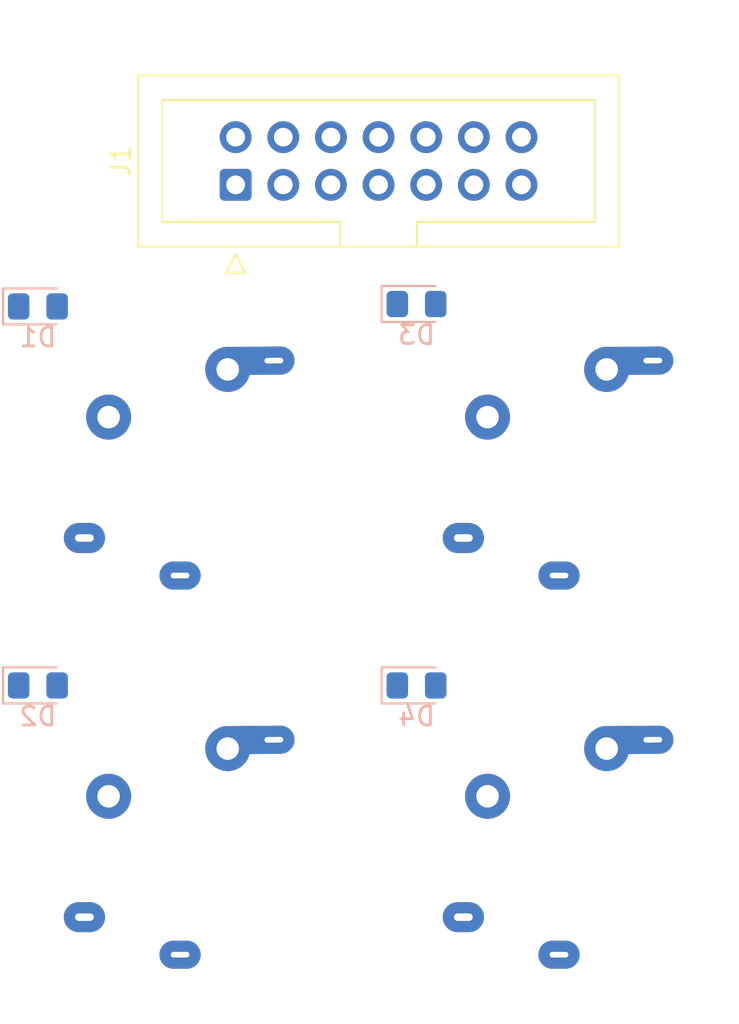
<source format=kicad_pcb>
(kicad_pcb (version 20171130) (host pcbnew "(5.1.10-1-10_14)")

  (general
    (thickness 1.6)
    (drawings 0)
    (tracks 0)
    (zones 0)
    (modules 9)
    (nets 19)
  )

  (page A4)
  (layers
    (0 F.Cu signal)
    (31 B.Cu signal)
    (32 B.Adhes user)
    (33 F.Adhes user)
    (34 B.Paste user)
    (35 F.Paste user)
    (36 B.SilkS user)
    (37 F.SilkS user)
    (38 B.Mask user)
    (39 F.Mask user)
    (40 Dwgs.User user)
    (41 Cmts.User user)
    (42 Eco1.User user)
    (43 Eco2.User user)
    (44 Edge.Cuts user)
    (45 Margin user)
    (46 B.CrtYd user)
    (47 F.CrtYd user)
    (48 B.Fab user)
    (49 F.Fab user)
  )

  (setup
    (last_trace_width 0.25)
    (trace_clearance 0.2)
    (zone_clearance 0.508)
    (zone_45_only no)
    (trace_min 0.2)
    (via_size 0.8)
    (via_drill 0.4)
    (via_min_size 0.4)
    (via_min_drill 0.3)
    (uvia_size 0.3)
    (uvia_drill 0.1)
    (uvias_allowed no)
    (uvia_min_size 0.2)
    (uvia_min_drill 0.1)
    (edge_width 0.05)
    (segment_width 0.2)
    (pcb_text_width 0.3)
    (pcb_text_size 1.5 1.5)
    (mod_edge_width 0.12)
    (mod_text_size 1 1)
    (mod_text_width 0.15)
    (pad_size 1.524 1.524)
    (pad_drill 0.762)
    (pad_to_mask_clearance 0)
    (aux_axis_origin 0 0)
    (visible_elements FFFFFF7F)
    (pcbplotparams
      (layerselection 0x010fc_ffffffff)
      (usegerberextensions false)
      (usegerberattributes true)
      (usegerberadvancedattributes true)
      (creategerberjobfile true)
      (excludeedgelayer true)
      (linewidth 0.100000)
      (plotframeref false)
      (viasonmask false)
      (mode 1)
      (useauxorigin false)
      (hpglpennumber 1)
      (hpglpenspeed 20)
      (hpglpendiameter 15.000000)
      (psnegative false)
      (psa4output false)
      (plotreference true)
      (plotvalue true)
      (plotinvisibletext false)
      (padsonsilk false)
      (subtractmaskfromsilk false)
      (outputformat 1)
      (mirror false)
      (drillshape 1)
      (scaleselection 1)
      (outputdirectory ""))
  )

  (net 0 "")
  (net 1 "Net-(D1-Pad2)")
  (net 2 Row1)
  (net 3 "Net-(D2-Pad2)")
  (net 4 "Net-(D3-Pad2)")
  (net 5 Row2)
  (net 6 "Net-(D4-Pad2)")
  (net 7 Col1)
  (net 8 Col2)
  (net 9 Row3)
  (net 10 Ground)
  (net 11 VCC)
  (net 12 "Net-(J1-Pad14)")
  (net 13 "Net-(J1-Pad12)")
  (net 14 "Net-(J1-Pad10)")
  (net 15 "Net-(J1-Pad8)")
  (net 16 "Net-(J1-Pad13)")
  (net 17 "Net-(J1-Pad11)")
  (net 18 "Net-(J1-Pad9)")

  (net_class Default "This is the default net class."
    (clearance 0.2)
    (trace_width 0.25)
    (via_dia 0.8)
    (via_drill 0.4)
    (uvia_dia 0.3)
    (uvia_drill 0.1)
    (add_net Col1)
    (add_net Col2)
    (add_net Ground)
    (add_net "Net-(D1-Pad2)")
    (add_net "Net-(D2-Pad2)")
    (add_net "Net-(D3-Pad2)")
    (add_net "Net-(D4-Pad2)")
    (add_net "Net-(J1-Pad10)")
    (add_net "Net-(J1-Pad11)")
    (add_net "Net-(J1-Pad12)")
    (add_net "Net-(J1-Pad13)")
    (add_net "Net-(J1-Pad14)")
    (add_net "Net-(J1-Pad8)")
    (add_net "Net-(J1-Pad9)")
    (add_net Row1)
    (add_net Row2)
    (add_net Row3)
    (add_net VCC)
  )

  (module Connector_IDC:IDC-Header_2x07_P2.54mm_Vertical (layer F.Cu) (tedit 5EAC9A07) (tstamp 618621B4)
    (at 232.791 77.47 90)
    (descr "Through hole IDC box header, 2x07, 2.54mm pitch, DIN 41651 / IEC 60603-13, double rows, https://docs.google.com/spreadsheets/d/16SsEcesNF15N3Lb4niX7dcUr-NY5_MFPQhobNuNppn4/edit#gid=0")
    (tags "Through hole vertical IDC box header THT 2x07 2.54mm double row")
    (path /61867C1C)
    (fp_text reference J1 (at 1.27 -6.1 90) (layer F.SilkS)
      (effects (font (size 1 1) (thickness 0.15)))
    )
    (fp_text value Conn_02x07_Odd_Even (at 1.27 21.34 90) (layer F.Fab)
      (effects (font (size 1 1) (thickness 0.15)))
    )
    (fp_text user %R (at 1.27 7.62) (layer F.Fab)
      (effects (font (size 1 1) (thickness 0.15)))
    )
    (fp_line (start -3.18 -4.1) (end -2.18 -5.1) (layer F.Fab) (width 0.1))
    (fp_line (start -2.18 -5.1) (end 5.72 -5.1) (layer F.Fab) (width 0.1))
    (fp_line (start 5.72 -5.1) (end 5.72 20.34) (layer F.Fab) (width 0.1))
    (fp_line (start 5.72 20.34) (end -3.18 20.34) (layer F.Fab) (width 0.1))
    (fp_line (start -3.18 20.34) (end -3.18 -4.1) (layer F.Fab) (width 0.1))
    (fp_line (start -3.18 5.57) (end -1.98 5.57) (layer F.Fab) (width 0.1))
    (fp_line (start -1.98 5.57) (end -1.98 -3.91) (layer F.Fab) (width 0.1))
    (fp_line (start -1.98 -3.91) (end 4.52 -3.91) (layer F.Fab) (width 0.1))
    (fp_line (start 4.52 -3.91) (end 4.52 19.15) (layer F.Fab) (width 0.1))
    (fp_line (start 4.52 19.15) (end -1.98 19.15) (layer F.Fab) (width 0.1))
    (fp_line (start -1.98 19.15) (end -1.98 9.67) (layer F.Fab) (width 0.1))
    (fp_line (start -1.98 9.67) (end -1.98 9.67) (layer F.Fab) (width 0.1))
    (fp_line (start -1.98 9.67) (end -3.18 9.67) (layer F.Fab) (width 0.1))
    (fp_line (start -3.29 -5.21) (end 5.83 -5.21) (layer F.SilkS) (width 0.12))
    (fp_line (start 5.83 -5.21) (end 5.83 20.45) (layer F.SilkS) (width 0.12))
    (fp_line (start 5.83 20.45) (end -3.29 20.45) (layer F.SilkS) (width 0.12))
    (fp_line (start -3.29 20.45) (end -3.29 -5.21) (layer F.SilkS) (width 0.12))
    (fp_line (start -3.29 5.57) (end -1.98 5.57) (layer F.SilkS) (width 0.12))
    (fp_line (start -1.98 5.57) (end -1.98 -3.91) (layer F.SilkS) (width 0.12))
    (fp_line (start -1.98 -3.91) (end 4.52 -3.91) (layer F.SilkS) (width 0.12))
    (fp_line (start 4.52 -3.91) (end 4.52 19.15) (layer F.SilkS) (width 0.12))
    (fp_line (start 4.52 19.15) (end -1.98 19.15) (layer F.SilkS) (width 0.12))
    (fp_line (start -1.98 19.15) (end -1.98 9.67) (layer F.SilkS) (width 0.12))
    (fp_line (start -1.98 9.67) (end -1.98 9.67) (layer F.SilkS) (width 0.12))
    (fp_line (start -1.98 9.67) (end -3.29 9.67) (layer F.SilkS) (width 0.12))
    (fp_line (start -3.68 0) (end -4.68 -0.5) (layer F.SilkS) (width 0.12))
    (fp_line (start -4.68 -0.5) (end -4.68 0.5) (layer F.SilkS) (width 0.12))
    (fp_line (start -4.68 0.5) (end -3.68 0) (layer F.SilkS) (width 0.12))
    (fp_line (start -3.68 -5.6) (end -3.68 20.84) (layer F.CrtYd) (width 0.05))
    (fp_line (start -3.68 20.84) (end 6.22 20.84) (layer F.CrtYd) (width 0.05))
    (fp_line (start 6.22 20.84) (end 6.22 -5.6) (layer F.CrtYd) (width 0.05))
    (fp_line (start 6.22 -5.6) (end -3.68 -5.6) (layer F.CrtYd) (width 0.05))
    (pad 14 thru_hole circle (at 2.54 15.24 90) (size 1.7 1.7) (drill 1) (layers *.Cu *.Mask)
      (net 12 "Net-(J1-Pad14)"))
    (pad 12 thru_hole circle (at 2.54 12.7 90) (size 1.7 1.7) (drill 1) (layers *.Cu *.Mask)
      (net 13 "Net-(J1-Pad12)"))
    (pad 10 thru_hole circle (at 2.54 10.16 90) (size 1.7 1.7) (drill 1) (layers *.Cu *.Mask)
      (net 14 "Net-(J1-Pad10)"))
    (pad 8 thru_hole circle (at 2.54 7.62 90) (size 1.7 1.7) (drill 1) (layers *.Cu *.Mask)
      (net 15 "Net-(J1-Pad8)"))
    (pad 6 thru_hole circle (at 2.54 5.08 90) (size 1.7 1.7) (drill 1) (layers *.Cu *.Mask)
      (net 8 Col2))
    (pad 4 thru_hole circle (at 2.54 2.54 90) (size 1.7 1.7) (drill 1) (layers *.Cu *.Mask)
      (net 7 Col1))
    (pad 2 thru_hole circle (at 2.54 0 90) (size 1.7 1.7) (drill 1) (layers *.Cu *.Mask)
      (net 10 Ground))
    (pad 13 thru_hole circle (at 0 15.24 90) (size 1.7 1.7) (drill 1) (layers *.Cu *.Mask)
      (net 16 "Net-(J1-Pad13)"))
    (pad 11 thru_hole circle (at 0 12.7 90) (size 1.7 1.7) (drill 1) (layers *.Cu *.Mask)
      (net 17 "Net-(J1-Pad11)"))
    (pad 9 thru_hole circle (at 0 10.16 90) (size 1.7 1.7) (drill 1) (layers *.Cu *.Mask)
      (net 18 "Net-(J1-Pad9)"))
    (pad 7 thru_hole circle (at 0 7.62 90) (size 1.7 1.7) (drill 1) (layers *.Cu *.Mask)
      (net 9 Row3))
    (pad 5 thru_hole circle (at 0 5.08 90) (size 1.7 1.7) (drill 1) (layers *.Cu *.Mask)
      (net 5 Row2))
    (pad 3 thru_hole circle (at 0 2.54 90) (size 1.7 1.7) (drill 1) (layers *.Cu *.Mask)
      (net 2 Row1))
    (pad 1 thru_hole roundrect (at 0 0 90) (size 1.7 1.7) (drill 1) (layers *.Cu *.Mask) (roundrect_rratio 0.147059)
      (net 11 VCC))
    (model ${KISYS3DMOD}/Connector_IDC.3dshapes/IDC-Header_2x07_P2.54mm_Vertical.wrl
      (at (xyz 0 0 0))
      (scale (xyz 1 1 1))
      (rotate (xyz 0 0 0))
    )
  )

  (module Foostan:CherryMX_ChocV2_1u (layer F.Cu) (tedit 5F85C937) (tstamp 61860B9C)
    (at 250.03 112.584)
    (path /6188DF8A)
    (fp_text reference SW4 (at 5.1 7.95 180) (layer Dwgs.User) hide
      (effects (font (size 1 1) (thickness 0.15)))
    )
    (fp_text value SW_Push (at 0 7.9 180) (layer Dwgs.User) hide
      (effects (font (size 1 1) (thickness 0.15)))
    )
    (fp_line (start 7 7) (end 7 6) (layer Dwgs.User) (width 0.15))
    (fp_line (start 6 7) (end 7 7) (layer Dwgs.User) (width 0.15))
    (fp_line (start -7 -7) (end -6 -7) (layer Dwgs.User) (width 0.15))
    (fp_line (start -7 -6) (end -7 -7) (layer Dwgs.User) (width 0.15))
    (fp_line (start -9.525 9.525) (end -9.525 -9.525) (layer Dwgs.User) (width 0.15))
    (fp_line (start 9.525 9.525) (end -9.525 9.525) (layer Dwgs.User) (width 0.15))
    (fp_line (start 9.525 -9.525) (end 9.525 9.525) (layer Dwgs.User) (width 0.15))
    (fp_line (start -9.525 -9.525) (end 9.525 -9.525) (layer Dwgs.User) (width 0.15))
    (pad 2 thru_hole circle (at 2.54 -5.08) (size 2.4 2.4) (drill 1.2) (layers *.Cu B.Mask)
      (net 8 Col2))
    (pad 2 thru_hole oval (at 5 -5.55 0.5) (size 4.4 1.5) (drill oval 1 0.3 (offset -1.1 0)) (layers *.Cu B.Mask)
      (net 8 Col2))
    (pad 1 thru_hole oval (at -5.1 3.9) (size 2.2 1.6) (drill oval 1 0.4) (layers *.Cu B.Mask)
      (net 6 "Net-(D4-Pad2)"))
    (pad "" np_thru_hole circle (at 0 0 90) (size 4.9 4.9) (drill 4.9) (layers *.Cu *.Mask))
    (pad "" np_thru_hole circle (at -5.5 0 90) (size 1.8 1.8) (drill 1.8) (layers *.Cu *.Mask))
    (pad "" np_thru_hole circle (at 5.5 0 90) (size 1.8 1.8) (drill 1.8) (layers *.Cu *.Mask))
    (pad 2 thru_hole oval (at 0 5.9) (size 2.2 1.5) (drill oval 1 0.3) (layers *.Cu B.Mask)
      (net 8 Col2))
    (pad 1 thru_hole circle (at -3.81 -2.54) (size 2.4 2.4) (drill 1.2) (layers *.Cu B.Mask)
      (net 6 "Net-(D4-Pad2)"))
    (pad "" np_thru_hole circle (at 5.08 0) (size 1.7 1.7) (drill 1.7) (layers *.Cu *.Mask))
    (pad "" np_thru_hole circle (at -5.08 0) (size 1.7 1.7) (drill 1.7) (layers *.Cu *.Mask))
    (model /Users/foostan/src/github.com/foostan/kbd/kicad-packages3D/kbd.3dshapes/kailh_choc.step
      (at (xyz 0 0 0))
      (scale (xyz 1 1 1))
      (rotate (xyz 0 0 180))
    )
  )

  (module Foostan:CherryMX_ChocV2_1u (layer F.Cu) (tedit 5F85C937) (tstamp 61860B86)
    (at 250.03 92.384)
    (path /618803DA)
    (fp_text reference SW3 (at 5.1 7.95 180) (layer Dwgs.User) hide
      (effects (font (size 1 1) (thickness 0.15)))
    )
    (fp_text value SW_Push (at 0 7.9 180) (layer Dwgs.User) hide
      (effects (font (size 1 1) (thickness 0.15)))
    )
    (fp_line (start 7 7) (end 7 6) (layer Dwgs.User) (width 0.15))
    (fp_line (start 6 7) (end 7 7) (layer Dwgs.User) (width 0.15))
    (fp_line (start -7 -7) (end -6 -7) (layer Dwgs.User) (width 0.15))
    (fp_line (start -7 -6) (end -7 -7) (layer Dwgs.User) (width 0.15))
    (fp_line (start -9.525 9.525) (end -9.525 -9.525) (layer Dwgs.User) (width 0.15))
    (fp_line (start 9.525 9.525) (end -9.525 9.525) (layer Dwgs.User) (width 0.15))
    (fp_line (start 9.525 -9.525) (end 9.525 9.525) (layer Dwgs.User) (width 0.15))
    (fp_line (start -9.525 -9.525) (end 9.525 -9.525) (layer Dwgs.User) (width 0.15))
    (pad 2 thru_hole circle (at 2.54 -5.08) (size 2.4 2.4) (drill 1.2) (layers *.Cu B.Mask)
      (net 7 Col1))
    (pad 2 thru_hole oval (at 5 -5.55 0.5) (size 4.4 1.5) (drill oval 1 0.3 (offset -1.1 0)) (layers *.Cu B.Mask)
      (net 7 Col1))
    (pad 1 thru_hole oval (at -5.1 3.9) (size 2.2 1.6) (drill oval 1 0.4) (layers *.Cu B.Mask)
      (net 4 "Net-(D3-Pad2)"))
    (pad "" np_thru_hole circle (at 0 0 90) (size 4.9 4.9) (drill 4.9) (layers *.Cu *.Mask))
    (pad "" np_thru_hole circle (at -5.5 0 90) (size 1.8 1.8) (drill 1.8) (layers *.Cu *.Mask))
    (pad "" np_thru_hole circle (at 5.5 0 90) (size 1.8 1.8) (drill 1.8) (layers *.Cu *.Mask))
    (pad 2 thru_hole oval (at 0 5.9) (size 2.2 1.5) (drill oval 1 0.3) (layers *.Cu B.Mask)
      (net 7 Col1))
    (pad 1 thru_hole circle (at -3.81 -2.54) (size 2.4 2.4) (drill 1.2) (layers *.Cu B.Mask)
      (net 4 "Net-(D3-Pad2)"))
    (pad "" np_thru_hole circle (at 5.08 0) (size 1.7 1.7) (drill 1.7) (layers *.Cu *.Mask))
    (pad "" np_thru_hole circle (at -5.08 0) (size 1.7 1.7) (drill 1.7) (layers *.Cu *.Mask))
    (model /Users/foostan/src/github.com/foostan/kbd/kicad-packages3D/kbd.3dshapes/kailh_choc.step
      (at (xyz 0 0 0))
      (scale (xyz 1 1 1))
      (rotate (xyz 0 0 180))
    )
  )

  (module Foostan:CherryMX_ChocV2_1u (layer F.Cu) (tedit 5F85C937) (tstamp 61860B70)
    (at 229.83 112.584)
    (path /6188DF7C)
    (fp_text reference SW2 (at 5.1 7.95 180) (layer Dwgs.User) hide
      (effects (font (size 1 1) (thickness 0.15)))
    )
    (fp_text value SW_Push (at 0 7.9 180) (layer Dwgs.User) hide
      (effects (font (size 1 1) (thickness 0.15)))
    )
    (fp_line (start 7 7) (end 7 6) (layer Dwgs.User) (width 0.15))
    (fp_line (start 6 7) (end 7 7) (layer Dwgs.User) (width 0.15))
    (fp_line (start -7 -7) (end -6 -7) (layer Dwgs.User) (width 0.15))
    (fp_line (start -7 -6) (end -7 -7) (layer Dwgs.User) (width 0.15))
    (fp_line (start -9.525 9.525) (end -9.525 -9.525) (layer Dwgs.User) (width 0.15))
    (fp_line (start 9.525 9.525) (end -9.525 9.525) (layer Dwgs.User) (width 0.15))
    (fp_line (start 9.525 -9.525) (end 9.525 9.525) (layer Dwgs.User) (width 0.15))
    (fp_line (start -9.525 -9.525) (end 9.525 -9.525) (layer Dwgs.User) (width 0.15))
    (pad 2 thru_hole circle (at 2.54 -5.08) (size 2.4 2.4) (drill 1.2) (layers *.Cu B.Mask)
      (net 8 Col2))
    (pad 2 thru_hole oval (at 5 -5.55 0.5) (size 4.4 1.5) (drill oval 1 0.3 (offset -1.1 0)) (layers *.Cu B.Mask)
      (net 8 Col2))
    (pad 1 thru_hole oval (at -5.1 3.9) (size 2.2 1.6) (drill oval 1 0.4) (layers *.Cu B.Mask)
      (net 3 "Net-(D2-Pad2)"))
    (pad "" np_thru_hole circle (at 0 0 90) (size 4.9 4.9) (drill 4.9) (layers *.Cu *.Mask))
    (pad "" np_thru_hole circle (at -5.5 0 90) (size 1.8 1.8) (drill 1.8) (layers *.Cu *.Mask))
    (pad "" np_thru_hole circle (at 5.5 0 90) (size 1.8 1.8) (drill 1.8) (layers *.Cu *.Mask))
    (pad 2 thru_hole oval (at 0 5.9) (size 2.2 1.5) (drill oval 1 0.3) (layers *.Cu B.Mask)
      (net 8 Col2))
    (pad 1 thru_hole circle (at -3.81 -2.54) (size 2.4 2.4) (drill 1.2) (layers *.Cu B.Mask)
      (net 3 "Net-(D2-Pad2)"))
    (pad "" np_thru_hole circle (at 5.08 0) (size 1.7 1.7) (drill 1.7) (layers *.Cu *.Mask))
    (pad "" np_thru_hole circle (at -5.08 0) (size 1.7 1.7) (drill 1.7) (layers *.Cu *.Mask))
    (model /Users/foostan/src/github.com/foostan/kbd/kicad-packages3D/kbd.3dshapes/kailh_choc.step
      (at (xyz 0 0 0))
      (scale (xyz 1 1 1))
      (rotate (xyz 0 0 180))
    )
  )

  (module Foostan:CherryMX_ChocV2_1u (layer F.Cu) (tedit 5F85C937) (tstamp 61860B5A)
    (at 229.83 92.384)
    (path /6187A774)
    (fp_text reference SW1 (at 5.1 7.95 180) (layer Dwgs.User) hide
      (effects (font (size 1 1) (thickness 0.15)))
    )
    (fp_text value SW_Push (at 0 7.9 180) (layer Dwgs.User) hide
      (effects (font (size 1 1) (thickness 0.15)))
    )
    (fp_line (start 7 7) (end 7 6) (layer Dwgs.User) (width 0.15))
    (fp_line (start 6 7) (end 7 7) (layer Dwgs.User) (width 0.15))
    (fp_line (start -7 -7) (end -6 -7) (layer Dwgs.User) (width 0.15))
    (fp_line (start -7 -6) (end -7 -7) (layer Dwgs.User) (width 0.15))
    (fp_line (start -9.525 9.525) (end -9.525 -9.525) (layer Dwgs.User) (width 0.15))
    (fp_line (start 9.525 9.525) (end -9.525 9.525) (layer Dwgs.User) (width 0.15))
    (fp_line (start 9.525 -9.525) (end 9.525 9.525) (layer Dwgs.User) (width 0.15))
    (fp_line (start -9.525 -9.525) (end 9.525 -9.525) (layer Dwgs.User) (width 0.15))
    (pad 2 thru_hole circle (at 2.54 -5.08) (size 2.4 2.4) (drill 1.2) (layers *.Cu B.Mask)
      (net 7 Col1))
    (pad 2 thru_hole oval (at 5 -5.55 0.5) (size 4.4 1.5) (drill oval 1 0.3 (offset -1.1 0)) (layers *.Cu B.Mask)
      (net 7 Col1))
    (pad 1 thru_hole oval (at -5.1 3.9) (size 2.2 1.6) (drill oval 1 0.4) (layers *.Cu B.Mask)
      (net 1 "Net-(D1-Pad2)"))
    (pad "" np_thru_hole circle (at 0 0 90) (size 4.9 4.9) (drill 4.9) (layers *.Cu *.Mask))
    (pad "" np_thru_hole circle (at -5.5 0 90) (size 1.8 1.8) (drill 1.8) (layers *.Cu *.Mask))
    (pad "" np_thru_hole circle (at 5.5 0 90) (size 1.8 1.8) (drill 1.8) (layers *.Cu *.Mask))
    (pad 2 thru_hole oval (at 0 5.9) (size 2.2 1.5) (drill oval 1 0.3) (layers *.Cu B.Mask)
      (net 7 Col1))
    (pad 1 thru_hole circle (at -3.81 -2.54) (size 2.4 2.4) (drill 1.2) (layers *.Cu B.Mask)
      (net 1 "Net-(D1-Pad2)"))
    (pad "" np_thru_hole circle (at 5.08 0) (size 1.7 1.7) (drill 1.7) (layers *.Cu *.Mask))
    (pad "" np_thru_hole circle (at -5.08 0) (size 1.7 1.7) (drill 1.7) (layers *.Cu *.Mask))
    (model /Users/foostan/src/github.com/foostan/kbd/kicad-packages3D/kbd.3dshapes/kailh_choc.step
      (at (xyz 0 0 0))
      (scale (xyz 1 1 1))
      (rotate (xyz 0 0 180))
    )
  )

  (module Diode_SMD:D_0805_2012Metric_Pad1.15x1.40mm_HandSolder (layer B.Cu) (tedit 5F68FEF0) (tstamp 61860B44)
    (at 242.434 104.14)
    (descr "Diode SMD 0805 (2012 Metric), square (rectangular) end terminal, IPC_7351 nominal, (Body size source: https://docs.google.com/spreadsheets/d/1BsfQQcO9C6DZCsRaXUlFlo91Tg2WpOkGARC1WS5S8t0/edit?usp=sharing), generated with kicad-footprint-generator")
    (tags "diode handsolder")
    (path /6188DF84)
    (attr smd)
    (fp_text reference D4 (at 0 1.65) (layer B.SilkS)
      (effects (font (size 1 1) (thickness 0.15)) (justify mirror))
    )
    (fp_text value D (at 0 -1.65) (layer B.Fab)
      (effects (font (size 1 1) (thickness 0.15)) (justify mirror))
    )
    (fp_text user %R (at 0 0) (layer B.Fab)
      (effects (font (size 0.5 0.5) (thickness 0.08)) (justify mirror))
    )
    (fp_line (start 1 0.6) (end -0.7 0.6) (layer B.Fab) (width 0.1))
    (fp_line (start -0.7 0.6) (end -1 0.3) (layer B.Fab) (width 0.1))
    (fp_line (start -1 0.3) (end -1 -0.6) (layer B.Fab) (width 0.1))
    (fp_line (start -1 -0.6) (end 1 -0.6) (layer B.Fab) (width 0.1))
    (fp_line (start 1 -0.6) (end 1 0.6) (layer B.Fab) (width 0.1))
    (fp_line (start 1 0.96) (end -1.86 0.96) (layer B.SilkS) (width 0.12))
    (fp_line (start -1.86 0.96) (end -1.86 -0.96) (layer B.SilkS) (width 0.12))
    (fp_line (start -1.86 -0.96) (end 1 -0.96) (layer B.SilkS) (width 0.12))
    (fp_line (start -1.85 -0.95) (end -1.85 0.95) (layer B.CrtYd) (width 0.05))
    (fp_line (start -1.85 0.95) (end 1.85 0.95) (layer B.CrtYd) (width 0.05))
    (fp_line (start 1.85 0.95) (end 1.85 -0.95) (layer B.CrtYd) (width 0.05))
    (fp_line (start 1.85 -0.95) (end -1.85 -0.95) (layer B.CrtYd) (width 0.05))
    (pad 2 smd roundrect (at 1.025 0) (size 1.15 1.4) (layers B.Cu B.Paste B.Mask) (roundrect_rratio 0.217391)
      (net 6 "Net-(D4-Pad2)"))
    (pad 1 smd roundrect (at -1.025 0) (size 1.15 1.4) (layers B.Cu B.Paste B.Mask) (roundrect_rratio 0.217391)
      (net 5 Row2))
    (model ${KISYS3DMOD}/Diode_SMD.3dshapes/D_0805_2012Metric.wrl
      (at (xyz 0 0 0))
      (scale (xyz 1 1 1))
      (rotate (xyz 0 0 0))
    )
  )

  (module Diode_SMD:D_0805_2012Metric_Pad1.15x1.40mm_HandSolder (layer B.Cu) (tedit 5F68FEF0) (tstamp 61860B31)
    (at 242.434 83.82)
    (descr "Diode SMD 0805 (2012 Metric), square (rectangular) end terminal, IPC_7351 nominal, (Body size source: https://docs.google.com/spreadsheets/d/1BsfQQcO9C6DZCsRaXUlFlo91Tg2WpOkGARC1WS5S8t0/edit?usp=sharing), generated with kicad-footprint-generator")
    (tags "diode handsolder")
    (path /618803D0)
    (attr smd)
    (fp_text reference D3 (at 0 1.65) (layer B.SilkS)
      (effects (font (size 1 1) (thickness 0.15)) (justify mirror))
    )
    (fp_text value D (at 0 -1.65) (layer B.Fab)
      (effects (font (size 1 1) (thickness 0.15)) (justify mirror))
    )
    (fp_text user %R (at 0 0) (layer B.Fab)
      (effects (font (size 0.5 0.5) (thickness 0.08)) (justify mirror))
    )
    (fp_line (start 1 0.6) (end -0.7 0.6) (layer B.Fab) (width 0.1))
    (fp_line (start -0.7 0.6) (end -1 0.3) (layer B.Fab) (width 0.1))
    (fp_line (start -1 0.3) (end -1 -0.6) (layer B.Fab) (width 0.1))
    (fp_line (start -1 -0.6) (end 1 -0.6) (layer B.Fab) (width 0.1))
    (fp_line (start 1 -0.6) (end 1 0.6) (layer B.Fab) (width 0.1))
    (fp_line (start 1 0.96) (end -1.86 0.96) (layer B.SilkS) (width 0.12))
    (fp_line (start -1.86 0.96) (end -1.86 -0.96) (layer B.SilkS) (width 0.12))
    (fp_line (start -1.86 -0.96) (end 1 -0.96) (layer B.SilkS) (width 0.12))
    (fp_line (start -1.85 -0.95) (end -1.85 0.95) (layer B.CrtYd) (width 0.05))
    (fp_line (start -1.85 0.95) (end 1.85 0.95) (layer B.CrtYd) (width 0.05))
    (fp_line (start 1.85 0.95) (end 1.85 -0.95) (layer B.CrtYd) (width 0.05))
    (fp_line (start 1.85 -0.95) (end -1.85 -0.95) (layer B.CrtYd) (width 0.05))
    (pad 2 smd roundrect (at 1.025 0) (size 1.15 1.4) (layers B.Cu B.Paste B.Mask) (roundrect_rratio 0.217391)
      (net 4 "Net-(D3-Pad2)"))
    (pad 1 smd roundrect (at -1.025 0) (size 1.15 1.4) (layers B.Cu B.Paste B.Mask) (roundrect_rratio 0.217391)
      (net 5 Row2))
    (model ${KISYS3DMOD}/Diode_SMD.3dshapes/D_0805_2012Metric.wrl
      (at (xyz 0 0 0))
      (scale (xyz 1 1 1))
      (rotate (xyz 0 0 0))
    )
  )

  (module Diode_SMD:D_0805_2012Metric_Pad1.15x1.40mm_HandSolder (layer B.Cu) (tedit 5F68FEF0) (tstamp 61860B1E)
    (at 222.25 104.14)
    (descr "Diode SMD 0805 (2012 Metric), square (rectangular) end terminal, IPC_7351 nominal, (Body size source: https://docs.google.com/spreadsheets/d/1BsfQQcO9C6DZCsRaXUlFlo91Tg2WpOkGARC1WS5S8t0/edit?usp=sharing), generated with kicad-footprint-generator")
    (tags "diode handsolder")
    (path /6188DF74)
    (attr smd)
    (fp_text reference D2 (at 0 1.65) (layer B.SilkS)
      (effects (font (size 1 1) (thickness 0.15)) (justify mirror))
    )
    (fp_text value D (at 0 -1.65) (layer B.Fab)
      (effects (font (size 1 1) (thickness 0.15)) (justify mirror))
    )
    (fp_text user %R (at 0 0) (layer B.Fab)
      (effects (font (size 0.5 0.5) (thickness 0.08)) (justify mirror))
    )
    (fp_line (start 1 0.6) (end -0.7 0.6) (layer B.Fab) (width 0.1))
    (fp_line (start -0.7 0.6) (end -1 0.3) (layer B.Fab) (width 0.1))
    (fp_line (start -1 0.3) (end -1 -0.6) (layer B.Fab) (width 0.1))
    (fp_line (start -1 -0.6) (end 1 -0.6) (layer B.Fab) (width 0.1))
    (fp_line (start 1 -0.6) (end 1 0.6) (layer B.Fab) (width 0.1))
    (fp_line (start 1 0.96) (end -1.86 0.96) (layer B.SilkS) (width 0.12))
    (fp_line (start -1.86 0.96) (end -1.86 -0.96) (layer B.SilkS) (width 0.12))
    (fp_line (start -1.86 -0.96) (end 1 -0.96) (layer B.SilkS) (width 0.12))
    (fp_line (start -1.85 -0.95) (end -1.85 0.95) (layer B.CrtYd) (width 0.05))
    (fp_line (start -1.85 0.95) (end 1.85 0.95) (layer B.CrtYd) (width 0.05))
    (fp_line (start 1.85 0.95) (end 1.85 -0.95) (layer B.CrtYd) (width 0.05))
    (fp_line (start 1.85 -0.95) (end -1.85 -0.95) (layer B.CrtYd) (width 0.05))
    (pad 2 smd roundrect (at 1.025 0) (size 1.15 1.4) (layers B.Cu B.Paste B.Mask) (roundrect_rratio 0.217391)
      (net 3 "Net-(D2-Pad2)"))
    (pad 1 smd roundrect (at -1.025 0) (size 1.15 1.4) (layers B.Cu B.Paste B.Mask) (roundrect_rratio 0.217391)
      (net 2 Row1))
    (model ${KISYS3DMOD}/Diode_SMD.3dshapes/D_0805_2012Metric.wrl
      (at (xyz 0 0 0))
      (scale (xyz 1 1 1))
      (rotate (xyz 0 0 0))
    )
  )

  (module Diode_SMD:D_0805_2012Metric_Pad1.15x1.40mm_HandSolder (layer B.Cu) (tedit 5F68FEF0) (tstamp 61860B0B)
    (at 222.25 83.947)
    (descr "Diode SMD 0805 (2012 Metric), square (rectangular) end terminal, IPC_7351 nominal, (Body size source: https://docs.google.com/spreadsheets/d/1BsfQQcO9C6DZCsRaXUlFlo91Tg2WpOkGARC1WS5S8t0/edit?usp=sharing), generated with kicad-footprint-generator")
    (tags "diode handsolder")
    (path /618785C9)
    (attr smd)
    (fp_text reference D1 (at 0 1.65) (layer B.SilkS)
      (effects (font (size 1 1) (thickness 0.15)) (justify mirror))
    )
    (fp_text value D (at 0 -1.65) (layer B.Fab)
      (effects (font (size 1 1) (thickness 0.15)) (justify mirror))
    )
    (fp_text user %R (at 0 0) (layer B.Fab)
      (effects (font (size 0.5 0.5) (thickness 0.08)) (justify mirror))
    )
    (fp_line (start 1 0.6) (end -0.7 0.6) (layer B.Fab) (width 0.1))
    (fp_line (start -0.7 0.6) (end -1 0.3) (layer B.Fab) (width 0.1))
    (fp_line (start -1 0.3) (end -1 -0.6) (layer B.Fab) (width 0.1))
    (fp_line (start -1 -0.6) (end 1 -0.6) (layer B.Fab) (width 0.1))
    (fp_line (start 1 -0.6) (end 1 0.6) (layer B.Fab) (width 0.1))
    (fp_line (start 1 0.96) (end -1.86 0.96) (layer B.SilkS) (width 0.12))
    (fp_line (start -1.86 0.96) (end -1.86 -0.96) (layer B.SilkS) (width 0.12))
    (fp_line (start -1.86 -0.96) (end 1 -0.96) (layer B.SilkS) (width 0.12))
    (fp_line (start -1.85 -0.95) (end -1.85 0.95) (layer B.CrtYd) (width 0.05))
    (fp_line (start -1.85 0.95) (end 1.85 0.95) (layer B.CrtYd) (width 0.05))
    (fp_line (start 1.85 0.95) (end 1.85 -0.95) (layer B.CrtYd) (width 0.05))
    (fp_line (start 1.85 -0.95) (end -1.85 -0.95) (layer B.CrtYd) (width 0.05))
    (pad 2 smd roundrect (at 1.025 0) (size 1.15 1.4) (layers B.Cu B.Paste B.Mask) (roundrect_rratio 0.217391)
      (net 1 "Net-(D1-Pad2)"))
    (pad 1 smd roundrect (at -1.025 0) (size 1.15 1.4) (layers B.Cu B.Paste B.Mask) (roundrect_rratio 0.217391)
      (net 2 Row1))
    (model ${KISYS3DMOD}/Diode_SMD.3dshapes/D_0805_2012Metric.wrl
      (at (xyz 0 0 0))
      (scale (xyz 1 1 1))
      (rotate (xyz 0 0 0))
    )
  )

)

</source>
